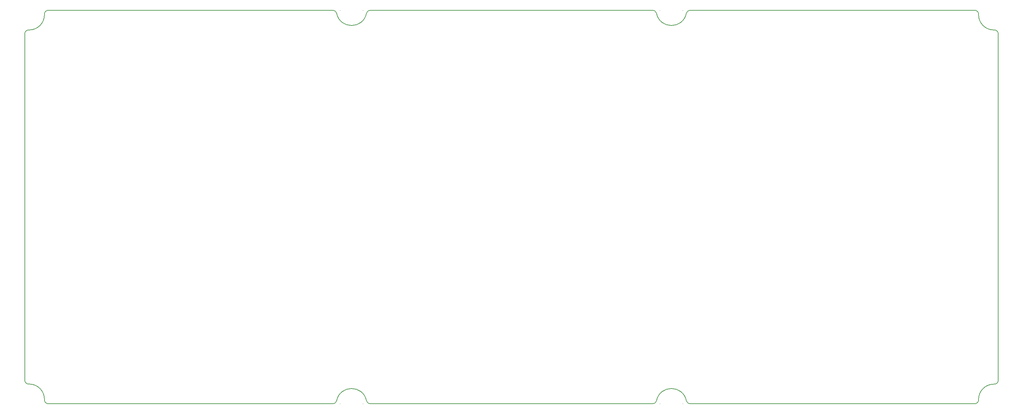
<source format=gbr>
G04 #@! TF.GenerationSoftware,KiCad,Pcbnew,5.1.9+dfsg1-1*
G04 #@! TF.CreationDate,2021-12-17T14:02:51+01:00*
G04 #@! TF.ProjectId,okey65-pcb,6f6b6579-3635-42d7-9063-622e6b696361,rev?*
G04 #@! TF.SameCoordinates,Original*
G04 #@! TF.FileFunction,Profile,NP*
%FSLAX46Y46*%
G04 Gerber Fmt 4.6, Leading zero omitted, Abs format (unit mm)*
G04 Created by KiCad (PCBNEW 5.1.9+dfsg1-1) date 2021-12-17 14:02:51*
%MOMM*%
%LPD*%
G01*
G04 APERTURE LIST*
G04 #@! TA.AperFunction,Profile*
%ADD10C,0.200000*%
G04 #@! TD*
G04 APERTURE END LIST*
D10*
X24949146Y-129940574D02*
X24949146Y-129769001D01*
X20777573Y-32862147D02*
X20949146Y-32862147D01*
X20949146Y-125769001D02*
X20777573Y-125769001D01*
X102602573Y-130940574D02*
X102602573Y-130940574D01*
X274427573Y-32862147D02*
G75*
G02*
X275427573Y-33862147I0J-1000000D01*
G01*
X147602573Y-27690574D02*
X184703593Y-27690574D01*
X192602573Y-130940574D02*
X192602573Y-130940574D01*
X108602573Y-27690574D02*
X108602573Y-27690574D01*
X25949146Y-27690574D02*
X100703593Y-27690574D01*
X24949146Y-28862147D02*
X24949146Y-28690574D01*
X20949146Y-125769001D02*
G75*
G02*
X24949146Y-129769001I0J-4000000D01*
G01*
X24949146Y-28862147D02*
G75*
G02*
X20949146Y-32862147I-4000000J0D01*
G01*
X20777573Y-125769001D02*
G75*
G02*
X19777573Y-124769001I0J1000000D01*
G01*
X274427573Y-125794000D02*
X274256000Y-125794000D01*
X110501552Y-130940574D02*
G75*
G02*
X109521756Y-130140574I0J1000000D01*
G01*
X110501552Y-27690574D02*
X147602573Y-27690574D01*
X19777573Y-33862147D02*
G75*
G02*
X20777573Y-32862147I1000000J0D01*
G01*
X269256000Y-27690574D02*
G75*
G02*
X270256000Y-28690574I0J-1000000D01*
G01*
X108602573Y-130940574D02*
X108602573Y-130940574D01*
X109521756Y-28490574D02*
G75*
G02*
X110501552Y-27690574I979796J-200000D01*
G01*
X270256000Y-28690574D02*
X270256000Y-28862147D01*
X275427573Y-124794000D02*
G75*
G02*
X274427573Y-125794000I-1000000J0D01*
G01*
X101683390Y-130140574D02*
G75*
G02*
X109521756Y-130140574I3919183J-800000D01*
G01*
X184703593Y-27690574D02*
G75*
G02*
X185683389Y-28490574I0J-1000000D01*
G01*
X274256000Y-32862147D02*
G75*
G02*
X270256000Y-28862147I0J4000000D01*
G01*
X100703593Y-130940574D02*
X25949146Y-130940574D01*
X101683389Y-130140574D02*
G75*
G02*
X100703593Y-130940574I-979796J200000D01*
G01*
X270256000Y-129794000D02*
G75*
G02*
X274256000Y-125794000I4000000J0D01*
G01*
X192602573Y-27690574D02*
X192602573Y-27690574D01*
X184703593Y-130940574D02*
X110501552Y-130940574D01*
X19777573Y-124769001D02*
X19777573Y-33862147D01*
X194501552Y-27690574D02*
X269256000Y-27690574D01*
X186602573Y-27690574D02*
X186602573Y-27690574D01*
X25949146Y-130940574D02*
G75*
G02*
X24949146Y-129940574I0J1000000D01*
G01*
X193521757Y-28490574D02*
G75*
G02*
X185683389Y-28490574I-3919184J800000D01*
G01*
X185683390Y-130140574D02*
G75*
G02*
X193521756Y-130140574I3919183J-800000D01*
G01*
X185683389Y-130140574D02*
G75*
G02*
X184703593Y-130940574I-979796J200000D01*
G01*
X193521756Y-28490574D02*
G75*
G02*
X194501552Y-27690574I979796J-200000D01*
G01*
X186602573Y-130940574D02*
X186602573Y-130940574D01*
X102602573Y-27690574D02*
X102602573Y-27690574D01*
X194501552Y-130940574D02*
G75*
G02*
X193521756Y-130140574I0J1000000D01*
G01*
X270256000Y-129940574D02*
G75*
G02*
X269256000Y-130940574I-1000000J0D01*
G01*
X269256000Y-130940574D02*
X194501552Y-130940574D01*
X24949146Y-28690574D02*
G75*
G02*
X25949146Y-27690574I1000000J0D01*
G01*
X109521757Y-28490574D02*
G75*
G02*
X101683389Y-28490574I-3919184J800000D01*
G01*
X100703593Y-27690574D02*
G75*
G02*
X101683389Y-28490574I0J-1000000D01*
G01*
X275427573Y-33862147D02*
X275427573Y-124794000D01*
X274256000Y-32862147D02*
X274427573Y-32862147D01*
X270256000Y-129794000D02*
X270256000Y-129940574D01*
M02*

</source>
